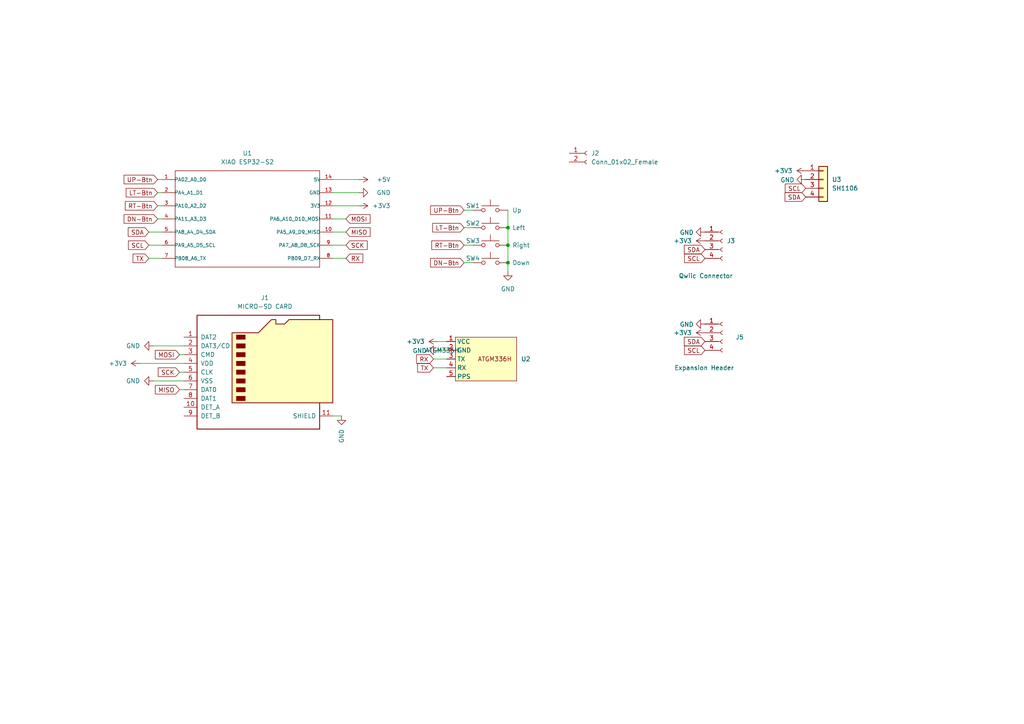
<source format=kicad_sch>
(kicad_sch (version 20230121) (generator eeschema)
  (paper "A4")
  (lib_symbols
    (symbol "Components:ATGM336H_GPS"
      (property "Reference" "U" (at 0 -8.89 0))
      (symbol "ATGM336H_GPS_1_1"
        (rectangle (start -8.89 6.35) (end 8.89 -6.35) (fill (type background)))
        (text "ATGM336H" (at 2.54 0 0) (effects (font (size 1.27 1.27))))
        (pin power_in line (at -11.43 5.08 0) (length 2.54) (name "VCC") (number "1"))
        (pin power_in line (at -11.43 2.54 0) (length 2.54) (name "GND") (number "2"))
        (pin output line (at -11.43 0 0) (length 2.54) (name "TX") (number "3"))
        (pin input line (at -11.43 -2.54 0) (length 2.54) (name "RX") (number "4"))
        (pin output line (at -11.43 -5.08 0) (length 2.54) (name "PPS") (number "5"))
      )
    )
    (symbol "Connector:Conn_01x02_Female" (pin_names (offset 1.016) hide)
      (property "Reference" "J" (at 0 2.54 0))
      (property "Value" "Conn_01x02_Female" (at 0 -5.08 0))
      (symbol "Conn_01x02_Female_1_1"
        (arc (start 0 -2.032) (mid -0.5058 -2.54) (end 0 -3.048) (stroke (width 0.1524)))
        (polyline (pts (xy -1.27 -2.54) (xy -0.508 -2.54)) (stroke (width 0.1524)))
        (polyline (pts (xy -1.27 0) (xy -0.508 0)) (stroke (width 0.1524)))
        (arc (start 0 0.508) (mid -0.5058 0) (end 0 -0.508) (stroke (width 0.1524)))
        (pin passive line (at -5.08 0 0) (length 3.81) (name "Pin_1") (number "1"))
        (pin passive line (at -5.08 -2.54 0) (length 3.81) (name "Pin_2") (number "2"))
      )
    )
    (symbol "Connector:Conn_01x04_Female" (pin_names (offset 1.016) hide)
      (property "Reference" "J" (at 0 5.08 0))
      (property "Value" "Conn_01x04_Female" (at 0 -7.62 0))
      (symbol "Conn_01x04_Female_1_1"
        (arc (start 0 -4.572) (mid -0.5058 -5.08) (end 0 -5.588) (stroke (width 0.1524)))
        (arc (start 0 -2.032) (mid -0.5058 -2.54) (end 0 -3.048) (stroke (width 0.1524)))
        (polyline (pts (xy -1.27 -5.08) (xy -0.508 -5.08)) (stroke (width 0.1524)))
        (polyline (pts (xy -1.27 -2.54) (xy -0.508 -2.54)) (stroke (width 0.1524)))
        (polyline (pts (xy -1.27 0) (xy -0.508 0)) (stroke (width 0.1524)))
        (polyline (pts (xy -1.27 2.54) (xy -0.508 2.54)) (stroke (width 0.1524)))
        (arc (start 0 0.508) (mid -0.5058 0) (end 0 -0.508) (stroke (width 0.1524)))
        (arc (start 0 3.048) (mid -0.5058 2.54) (end 0 2.032) (stroke (width 0.1524)))
        (pin passive line (at -5.08 2.54 0) (length 3.81) (name "Pin_1") (number "1"))
        (pin passive line (at -5.08 0 0) (length 3.81) (name "Pin_2") (number "2"))
        (pin passive line (at -5.08 -2.54 0) (length 3.81) (name "Pin_3") (number "3"))
        (pin passive line (at -5.08 -5.08 0) (length 3.81) (name "Pin_4") (number "4"))
      )
    )
    (symbol "Connector:Micro_SD_Card_Det" (pin_names (offset 1.016))
      (property "Reference" "J" (at -16.51 17.78 0))
      (property "Value" "Micro_SD_Card_Det" (at 16.51 17.78 0))
      (symbol "Micro_SD_Card_Det_0_1"
        (rectangle (start -7.62 -6.985) (end -5.08 -8.255) (fill (type outline)))
        (rectangle (start -7.62 -4.445) (end -5.08 -5.715) (fill (type outline)))
        (rectangle (start -7.62 -1.905) (end -5.08 -3.175) (fill (type outline)))
        (rectangle (start -7.62 0.635) (end -5.08 -0.635) (fill (type outline)))
        (rectangle (start -7.62 3.175) (end -5.08 1.905) (fill (type outline)))
        (rectangle (start -7.62 5.715) (end -5.08 4.445) (fill (type outline)))
        (rectangle (start -7.62 8.255) (end -5.08 6.985) (fill (type outline)))
        (rectangle (start -7.62 10.795) (end -5.08 9.525) (fill (type outline)))
        (polyline (pts (xy 16.51 15.24) (xy 16.51 16.51) (xy -19.05 16.51) (xy -19.05 -16.51) (xy 16.51 -16.51) (xy 16.51 -8.89)) (stroke (width 0.254)))
        (polyline (pts (xy -8.89 -8.89) (xy -8.89 11.43) (xy -1.27 11.43) (xy 2.54 15.24) (xy 3.81 15.24) (xy 3.81 13.97) (xy 6.35 13.97) (xy 7.62 15.24) (xy 20.32 15.24) (xy 20.32 -8.89) (xy -8.89 -8.89)) (stroke (width 0.254)) (fill (type background)))
      )
      (symbol "Micro_SD_Card_Det_1_1"
        (pin bidirectional line (at -22.86 10.16 0) (length 3.81) (name "DAT2") (number "1"))
        (pin passive line (at -22.86 -10.16 0) (length 3.81) (name "DET_A") (number "10"))
        (pin passive line (at 20.32 -12.7 180) (length 3.81) (name "SHIELD") (number "11"))
        (pin bidirectional line (at -22.86 7.62 0) (length 3.81) (name "DAT3/CD") (number "2"))
        (pin input line (at -22.86 5.08 0) (length 3.81) (name "CMD") (number "3"))
        (pin power_in line (at -22.86 2.54 0) (length 3.81) (name "VDD") (number "4"))
        (pin input line (at -22.86 0 0) (length 3.81) (name "CLK") (number "5"))
        (pin power_in line (at -22.86 -2.54 0) (length 3.81) (name "VSS") (number "6"))
        (pin bidirectional line (at -22.86 -5.08 0) (length 3.81) (name "DAT0") (number "7"))
        (pin bidirectional line (at -22.86 -7.62 0) (length 3.81) (name "DAT1") (number "8"))
        (pin passive line (at -22.86 -12.7 0) (length 3.81) (name "DET_B") (number "9"))
      )
    )
    (symbol "Connector_Generic:Conn_01x04" (pin_names (offset 1.016) hide)
      (property "Reference" "J" (at 0 5.08 0))
      (property "Value" "Conn_01x04" (at 0 -7.62 0))
      (symbol "Conn_01x04_1_1"
        (rectangle (start -1.27 -4.953) (end 0 -5.207) (stroke (width 0.1524)))
        (rectangle (start -1.27 -2.413) (end 0 -2.667) (stroke (width 0.1524)))
        (rectangle (start -1.27 0.127) (end 0 -0.127) (stroke (width 0.1524)))
        (rectangle (start -1.27 2.667) (end 0 2.413) (stroke (width 0.1524)))
        (rectangle (start -1.27 3.81) (end 1.27 -6.35) (stroke (width 0.254)) (fill (type background)))
        (pin passive line (at -5.08 2.54 0) (length 3.81) (name "Pin_1") (number "1"))
        (pin passive line (at -5.08 0 0) (length 3.81) (name "Pin_2") (number "2"))
        (pin passive line (at -5.08 -2.54 0) (length 3.81) (name "Pin_3") (number "3"))
        (pin passive line (at -5.08 -5.08 0) (length 3.81) (name "Pin_4") (number "4"))
      )
    )
    (symbol "MOUDLE-SEEEDUINO-XIAO-ESP32S3:MOUDLE-SEEEDUINO-XIAO-ESP32S3" (pin_names (offset 1.016))
      (property "Reference" "U" (at -21.59 15.24 0))
      (property "Value" "MOUDLE-SEEEDUINO-XIAO-ESP32S3" (at -21.59 13.97 0))
      (symbol "MOUDLE-SEEEDUINO-XIAO-ESP32S3_0_0"
        (polyline (pts (xy -21.59 -13.97) (xy -21.59 0)) (stroke (width 0.1524)))
        (polyline (pts (xy -21.59 -11.43) (xy -22.86 -11.43)) (stroke (width 0.1524)))
        (polyline (pts (xy -21.59 -7.62) (xy -22.86 -7.62)) (stroke (width 0.1524)))
        (polyline (pts (xy -21.59 -3.81) (xy -22.86 -3.81)) (stroke (width 0.1524)))
        (polyline (pts (xy -21.59 0) (xy -22.86 0)) (stroke (width 0.1524)))
        (polyline (pts (xy -21.59 0) (xy -21.59 3.81)) (stroke (width 0.1524)))
        (polyline (pts (xy -21.59 3.81) (xy -22.86 3.81)) (stroke (width 0.1524)))
        (polyline (pts (xy -21.59 3.81) (xy -21.59 7.62)) (stroke (width 0.1524)))
        (polyline (pts (xy -21.59 7.62) (xy -22.86 7.62)) (stroke (width 0.1524)))
        (polyline (pts (xy -21.59 7.62) (xy -21.59 11.43)) (stroke (width 0.1524)))
        (polyline (pts (xy -21.59 11.43) (xy -22.86 11.43)) (stroke (width 0.1524)))
        (polyline (pts (xy -21.59 11.43) (xy -21.59 13.97)) (stroke (width 0.1524)))
        (polyline (pts (xy -21.59 13.97) (xy 20.32 13.97)) (stroke (width 0.1524)))
        (polyline (pts (xy 20.32 -13.97) (xy -21.59 -13.97)) (stroke (width 0.1524)))
        (polyline (pts (xy 20.32 3.81) (xy 20.32 -13.97)) (stroke (width 0.1524)))
        (polyline (pts (xy 20.32 7.62) (xy 20.32 3.81)) (stroke (width 0.1524)))
        (polyline (pts (xy 20.32 11.43) (xy 20.32 7.62)) (stroke (width 0.1524)))
        (polyline (pts (xy 20.32 13.97) (xy 20.32 11.43)) (stroke (width 0.1524)))
        (polyline (pts (xy 21.59 -11.43) (xy 20.32 -11.43)) (stroke (width 0.1524)))
        (polyline (pts (xy 21.59 -7.62) (xy 20.32 -7.62)) (stroke (width 0.1524)))
        (polyline (pts (xy 21.59 -3.81) (xy 20.32 -3.81)) (stroke (width 0.1524)))
        (polyline (pts (xy 21.59 0) (xy 20.32 0)) (stroke (width 0.1524)))
        (polyline (pts (xy 21.59 3.81) (xy 20.32 3.81)) (stroke (width 0.1524)))
        (polyline (pts (xy 21.59 7.62) (xy 20.32 7.62)) (stroke (width 0.1524)))
        (polyline (pts (xy 21.59 11.43) (xy 20.32 11.43)) (stroke (width 0.1524)))
        (pin bidirectional line (at -25.4 11.43 0) (length 2.54) (name "PA02_A0_D0") (number "1"))
        (pin bidirectional line (at 24.13 -3.81 180) (length 2.54) (name "PA5_A9_D9_MISO") (number "10"))
        (pin bidirectional line (at 24.13 0 180) (length 2.54) (name "PA6_A10_D10_MOSI") (number "11"))
        (pin bidirectional line (at 24.13 3.81 180) (length 2.54) (name "3V3") (number "12"))
        (pin bidirectional line (at 24.13 7.62 180) (length 2.54) (name "GND") (number "13"))
        (pin bidirectional line (at 24.13 11.43 180) (length 2.54) (name "5V") (number "14"))
        (pin bidirectional line (at -25.4 7.62 0) (length 2.54) (name "PA4_A1_D1") (number "2"))
        (pin bidirectional line (at -25.4 3.81 0) (length 2.54) (name "PA10_A2_D2") (number "3"))
        (pin bidirectional line (at -25.4 0 0) (length 2.54) (name "PA11_A3_D3") (number "4"))
        (pin bidirectional line (at -25.4 -3.81 0) (length 2.54) (name "PA8_A4_D4_SDA") (number "5"))
        (pin bidirectional line (at -25.4 -7.62 0) (length 2.54) (name "PA9_A5_D5_SCL") (number "6"))
        (pin bidirectional line (at -25.4 -11.43 0) (length 2.54) (name "PB08_A6_TX") (number "7"))
        (pin bidirectional line (at 24.13 -11.43 180) (length 2.54) (name "PB09_D7_RX") (number "8"))
        (pin bidirectional line (at 24.13 -7.62 180) (length 2.54) (name "PA7_A8_D8_SCK") (number "9"))
      )
    )
    (symbol "Switch:SW_Push" (pin_numbers hide) (pin_names (offset 1.016) hide)
      (property "Reference" "SW" (at 1.27 2.54 0))
      (property "Value" "SW_Push" (at 0 -1.524 0))
      (symbol "SW_Push_0_1"
        (circle (center -2.032 0) (radius 0.508))
        (polyline (pts (xy 0 1.27) (xy 0 3.048)))
        (polyline (pts (xy 2.54 1.27) (xy -2.54 1.27)))
        (circle (center 2.032 0) (radius 0.508))
        (pin passive line (at -5.08 0 0) (length 2.54) (name "1") (number "1"))
        (pin passive line (at 5.08 0 180) (length 2.54) (name "2") (number "2"))
      )
    )
    (symbol "power:+3V3" (power) (pin_names (offset 0))
      (property "Value" "+3V3" (at 0 3.556 0))
      (symbol "+3V3_0_1"
        (polyline (pts (xy -0.762 1.27) (xy 0 2.54)))
        (polyline (pts (xy 0 0) (xy 0 2.54)))
        (polyline (pts (xy 0 2.54) (xy 0.762 1.27)))
      )
      (symbol "+3V3_1_1"
        (pin power_in line (at 0 0 90) (length 0) hide (name "+3V3") (number "1"))
      )
    )
    (symbol "power:+5V" (power) (pin_names (offset 0))
      (property "Value" "+5V" (at 0 3.556 0))
      (symbol "+5V_0_1"
        (polyline (pts (xy -0.762 1.27) (xy 0 2.54)))
        (polyline (pts (xy 0 0) (xy 0 2.54)))
        (polyline (pts (xy 0 2.54) (xy 0.762 1.27)))
      )
      (symbol "+5V_1_1"
        (pin power_in line (at 0 0 90) (length 0) hide (name "+5V") (number "1"))
      )
    )
    (symbol "power:GND" (power) (pin_names (offset 0))
      (property "Value" "GND" (at 0 -3.81 0))
      (symbol "GND_0_1"
        (polyline (pts (xy 0 0) (xy 0 -1.27) (xy 1.27 -1.27) (xy 0 -2.54) (xy -1.27 -1.27) (xy 0 -1.27)))
      )
      (symbol "GND_1_1"
        (pin power_in line (at 0 0 270) (length 0) hide (name "GND") (number "1"))
      )
    )
  )
  (junction (at 147.32 71.12))
  (junction (at 147.32 66.04))
  (junction (at 147.32 76.2))
  (wire (pts (xy 96.52 63.5) (xy 100.33 63.5)))
  (wire (pts (xy 40.64 105.41) (xy 53.34 105.41)))
  (wire (pts (xy 127 101.6) (xy 129.54 101.6)))
  (wire (pts (xy 52.07 102.87) (xy 53.34 102.87)))
  (wire (pts (xy 45.72 63.5) (xy 46.99 63.5)))
  (wire (pts (xy 44.45 100.33) (xy 53.34 100.33)))
  (wire (pts (xy 44.45 110.49) (xy 53.34 110.49)))
  (wire (pts (xy 43.18 74.93) (xy 46.99 74.93)))
  (wire (pts (xy 134.62 71.12) (xy 137.16 71.12)))
  (wire (pts (xy 96.52 74.93) (xy 100.33 74.93)))
  (wire (pts (xy 52.07 113.03) (xy 53.34 113.03)))
  (wire (pts (xy 96.52 55.88) (xy 104.14 55.88)))
  (wire (pts (xy 134.62 66.04) (xy 137.16 66.04)))
  (wire (pts (xy 43.18 67.31) (xy 46.99 67.31)))
  (wire (pts (xy 125.73 104.14) (xy 129.54 104.14)))
  (wire (pts (xy 127 99.06) (xy 129.54 99.06)))
  (wire (pts (xy 43.18 71.12) (xy 46.99 71.12)))
  (wire (pts (xy 134.62 60.96) (xy 137.16 60.96)))
  (wire (pts (xy 147.32 71.12) (xy 147.32 76.2)))
  (wire (pts (xy 52.07 107.95) (xy 53.34 107.95)))
  (wire (pts (xy 147.32 60.96) (xy 147.32 66.04)))
  (wire (pts (xy 134.62 76.2) (xy 137.16 76.2)))
  (wire (pts (xy 96.52 67.31) (xy 100.33 67.31)))
  (wire (pts (xy 96.52 52.07) (xy 104.14 52.07)))
  (wire (pts (xy 45.72 59.69) (xy 46.99 59.69)))
  (wire (pts (xy 147.32 66.04) (xy 147.32 71.12)))
  (wire (pts (xy 96.52 120.65) (xy 99.06 120.65)))
  (wire (pts (xy 125.73 106.68) (xy 129.54 106.68)))
  (wire (pts (xy 45.72 55.88) (xy 46.99 55.88)))
  (wire (pts (xy 45.72 52.07) (xy 46.99 52.07)))
  (wire (pts (xy 96.52 71.12) (xy 100.33 71.12)))
  (wire (pts (xy 96.52 59.69) (xy 104.14 59.69)))
  (wire (pts (xy 147.32 78.74) (xy 147.32 76.2)))
  (global_label "SDA" (shape input) (at 204.47 99.06 180) (property "Intersheetrefs" "${INTERSHEET_REFS}" (effects hide)))
  (global_label "RT-Btn" (shape input) (at 134.62 71.12 180) (property "Intersheetrefs" "${INTERSHEET_REFS}" (effects hide)))
  (global_label "RX" (shape input) (at 125.73 104.14 180) (property "Intersheetrefs" "${INTERSHEET_REFS}" (effects hide)))
  (global_label "MISO" (shape input) (at 52.07 113.03 180) (property "Intersheetrefs" "${INTERSHEET_REFS}" (effects hide)))
  (global_label "MOSI" (shape input) (at 52.07 102.87 180) (property "Intersheetrefs" "${INTERSHEET_REFS}" (effects hide)))
  (global_label "DN-Btn" (shape input) (at 134.62 76.2 180) (property "Intersheetrefs" "${INTERSHEET_REFS}" (effects hide)))
  (global_label "MOSI" (shape input) (at 100.33 63.5 0) (property "Intersheetrefs" "${INTERSHEET_REFS}" (effects hide)))
  (global_label "SCL" (shape input) (at 233.68 54.61 180) (property "Intersheetrefs" "${INTERSHEET_REFS}" (effects hide)))
  (global_label "RX" (shape input) (at 100.33 74.93 0) (property "Intersheetrefs" "${INTERSHEET_REFS}" (effects hide)))
  (global_label "SCK" (shape input) (at 100.33 71.12 0) (property "Intersheetrefs" "${INTERSHEET_REFS}" (effects hide)))
  (global_label "MISO" (shape input) (at 100.33 67.31 0) (property "Intersheetrefs" "${INTERSHEET_REFS}" (effects hide)))
  (global_label "LT-Btn" (shape input) (at 45.72 55.88 180) (property "Intersheetrefs" "${INTERSHEET_REFS}" (effects hide)))
  (global_label "SDA" (shape input) (at 43.18 67.31 180) (property "Intersheetrefs" "${INTERSHEET_REFS}" (effects hide)))
  (global_label "SDA" (shape input) (at 233.68 57.15 180) (property "Intersheetrefs" "${INTERSHEET_REFS}" (effects hide)))
  (global_label "SDA" (shape input) (at 204.47 72.39 180) (property "Intersheetrefs" "${INTERSHEET_REFS}" (effects hide)))
  (global_label "LT-Btn" (shape input) (at 134.62 66.04 180) (property "Intersheetrefs" "${INTERSHEET_REFS}" (effects hide)))
  (global_label "TX" (shape input) (at 43.18 74.93 180) (property "Intersheetrefs" "${INTERSHEET_REFS}" (effects hide)))
  (global_label "TX" (shape input) (at 125.73 106.68 180) (property "Intersheetrefs" "${INTERSHEET_REFS}" (effects hide)))
  (global_label "RT-Btn" (shape input) (at 45.72 59.69 180) (property "Intersheetrefs" "${INTERSHEET_REFS}" (effects hide)))
  (global_label "SCL" (shape input) (at 204.47 101.6 180) (property "Intersheetrefs" "${INTERSHEET_REFS}" (effects hide)))
  (global_label "SCL" (shape input) (at 204.47 74.93 180) (property "Intersheetrefs" "${INTERSHEET_REFS}" (effects hide)))
  (global_label "SCL" (shape input) (at 43.18 71.12 180) (property "Intersheetrefs" "${INTERSHEET_REFS}" (effects hide)))
  (global_label "SCK" (shape input) (at 52.07 107.95 180) (property "Intersheetrefs" "${INTERSHEET_REFS}" (effects hide)))
  (global_label "DN-Btn" (shape input) (at 45.72 63.5 180) (property "Intersheetrefs" "${INTERSHEET_REFS}" (effects hide)))
  (global_label "UP-Btn" (shape input) (at 134.62 60.96 180) (property "Intersheetrefs" "${INTERSHEET_REFS}" (effects hide)))
  (global_label "UP-Btn" (shape input) (at 45.72 52.07 180) (property "Intersheetrefs" "${INTERSHEET_REFS}" (effects hide)))
  (symbol (lib_id "Switch:SW_Push") (at 142.24 60.96 0) (unit 1)
    (property "Reference" "SW1" (at 137.16 59.69 0))
    (property "Value" "Up" (at 148.59 60.96 0) (effects (justify left)))
    (property "Footprint" "Wardriver-Footprints:Smol" (effects hide))
  )
  (symbol (lib_id "power:+3V3") (at 204.47 69.85 90) (unit 1)
    (property "Reference" "#PWR06" (effects hide))
    (property "Value" "+3V3" (at 200.66 69.85 90) (effects (justify left)))
  )
  (symbol (lib_id "power:+3V3") (at 104.14 59.69 270) (unit 1)
    (property "Reference" "#PWR013" (effects hide))
    (property "Value" "+3V3" (at 107.95 59.69 90) (effects (justify left)))
  )
  (symbol (lib_id "Connector:Conn_01x04_Female") (at 209.55 69.85 0) (unit 1)
    (property "Reference" "J3" (at 210.82 69.85 0) (effects (justify left)))
    (property "Value" "Qwiic Connector" (at 196.85 80.01 0) (effects (justify left)))
    (property "Footprint" "Connector_JST:JST_SH_SM04B-SRSS-TB_1x04-1MP_P1.00mm_Horizontal" (effects hide))
  )
  (symbol (lib_id "power:+5V") (at 104.14 52.07 270) (unit 1)
    (property "Reference" "#PWR014" (effects hide))
    (property "Value" "+5V" (at 109.22 52.07 90) (effects (justify left)))
  )
  (symbol (lib_id "power:+3V3") (at 204.47 96.52 90) (unit 1)
    (property "Reference" "#PWR08" (effects hide))
    (property "Value" "+3V3" (at 200.66 96.52 90) (effects (justify left)))
  )
  (symbol (lib_id "power:GND") (at 104.14 55.88 90) (unit 1)
    (property "Reference" "#PWR012" (effects hide))
    (property "Value" "GND" (at 109.22 55.88 90) (effects (justify right)))
  )
  (symbol (lib_id "power:GND") (at 233.68 52.07 270) (unit 1)
    (property "Reference" "#PWR09" (effects hide))
    (property "Value" "GND" (at 230.4288 52.197 90) (effects (justify right)))
  )
  (symbol (lib_id "power:GND") (at 127 101.6 270) (unit 1)
    (property "Reference" "#PWR015" (effects hide))
    (property "Value" "GND" (at 123.7488 101.727 90) (effects (justify right)))
  )
  (symbol (lib_id "power:GND") (at 44.45 100.33 270) (unit 1)
    (property "Reference" "#PWR04" (effects hide))
    (property "Value" "GND" (at 40.64 100.33 90) (effects (justify right)))
  )
  (symbol (lib_id "Connector_Generic:Conn_01x04") (at 238.76 52.07 0) (unit 1)
    (property "Reference" "U3" (at 241.3 52.07 0) (effects (justify left)))
    (property "Value" "SH1106" (at 241.3 54.61 0) (effects (justify left)))
    (property "Footprint" "Connector_PinHeader_2.54mm:PinHeader_1x04_P2.54mm_Vertical" (effects hide))
  )
  (symbol (lib_id "MOUDLE-SEEEDUINO-XIAO-ESP32S3:MOUDLE-SEEEDUINO-XIAO-ESP32S3") (at 72.39 63.5 0) (unit 1)
    (property "Reference" "U1" (at 71.755 44.45 0))
    (property "Value" "XIAO ESP32-S2" (at 71.755 46.99 0))
    (property "Footprint" "Wardriver-Footprints:MOUDLE14P-SMD-2.54-21X17.8MM" (effects hide))
  )
  (symbol (lib_id "Switch:SW_Push") (at 142.24 76.2 0) (unit 1)
    (property "Reference" "SW4" (at 137.16 74.93 0))
    (property "Value" "Down" (at 148.59 76.2 0) (effects (justify left)))
    (property "Footprint" "Wardriver-Footprints:Smol" (effects hide))
  )
  (symbol (lib_id "power:GND") (at 147.32 78.74 0) (unit 1)
    (property "Reference" "#PWR01" (effects hide))
    (property "Value" "GND" (at 147.32 83.82 0))
  )
  (symbol (lib_id "power:GND") (at 44.45 110.49 270) (unit 1)
    (property "Reference" "#PWR03" (effects hide))
    (property "Value" "GND" (at 40.64 110.49 90) (effects (justify right)))
  )
  (symbol (lib_id "power:+3V3") (at 127 99.06 90) (unit 1)
    (property "Reference" "#PWR016" (effects hide))
    (property "Value" "+3V3" (at 123.19 99.06 90) (effects (justify left)))
  )
  (symbol (lib_id "Components:ATGM336H_GPS") (at 140.97 104.14 0) (unit 1)
    (property "Reference" "U2" (at 151.13 104.14 0) (effects (justify left)))
    (property "Value" "ATGM336H" (at 128.27 101.6 0))
    (property "Footprint" "Wardriver-Footprints:ATGM336H-GPS" (effects hide))
  )
  (symbol (lib_id "power:GND") (at 204.47 67.31 270) (unit 1)
    (property "Reference" "#PWR05" (effects hide))
    (property "Value" "GND" (at 201.2188 67.437 90) (effects (justify right)))
  )
  (symbol (lib_id "power:+3V3") (at 233.68 49.53 90) (unit 1)
    (property "Reference" "#PWR010" (effects hide))
    (property "Value" "+3V3" (at 229.87 49.53 90) (effects (justify left)))
  )
  (symbol (lib_id "power:GND") (at 99.06 120.65 0) (unit 1)
    (property "Reference" "#PWR011" (effects hide))
    (property "Value" "GND" (at 99.06 124.46 90) (effects (justify right)))
  )
  (symbol (lib_id "power:+3V3") (at 40.64 105.41 90) (unit 1)
    (property "Reference" "#PWR02" (effects hide))
    (property "Value" "+3V3" (at 36.83 105.41 90) (effects (justify left)))
  )
  (symbol (lib_id "Switch:SW_Push") (at 142.24 71.12 0) (unit 1)
    (property "Reference" "SW3" (at 137.16 69.85 0))
    (property "Value" "Right" (at 148.59 71.12 0) (effects (justify left)))
    (property "Footprint" "Wardriver-Footprints:Smol" (effects hide))
  )
  (symbol (lib_id "Connector:Conn_01x02_Female") (at 170.18 44.45 0) (unit 1)
    (property "Reference" "J2" (at 171.45 44.45 0) (effects (justify left)))
    (property "Value" "Conn_01x02_Female" (at 171.45 46.99 0) (effects (justify left)))
    (property "Footprint" "Connector_JST:JST_PH_S2B-PH-SM4-TB_1x02-1MP_P2.00mm_Horizontal" (effects hide))
  )
  (symbol (lib_id "Connector:Conn_01x04_Female") (at 209.55 96.52 0) (unit 1)
    (property "Reference" "J5" (at 213.36 97.79 0) (effects (justify left)))
    (property "Value" "Expansion Header" (at 195.58 106.68 0) (effects (justify left)))
    (property "Footprint" "Connector_PinHeader_2.54mm:PinHeader_1x04_P2.54mm_Vertical_SMD_Pin1Right" (effects hide))
  )
  (symbol (lib_id "power:GND") (at 204.47 93.98 270) (unit 1)
    (property "Reference" "#PWR07" (effects hide))
    (property "Value" "GND" (at 201.2188 94.107 90) (effects (justify right)))
  )
  (symbol (lib_id "Connector:Micro_SD_Card_Det") (at 76.2 107.95 0) (unit 1)
    (property "Reference" "J1" (at 76.835 86.36 0))
    (property "Value" "MICRO-SD CARD" (at 76.835 88.9 0))
    (property "Footprint" "Wardriver-Footprints:MicroSD" (effects hide))
    (property "Datasheet" "https://www.hirose.com/product/en/download_file/key_name/DM3/category/Catalog/doc_file_id/49662/?file_category_id=4&item_id=195&is_series=1" (effects hide))
  )
  (symbol (lib_id "Switch:SW_Push") (at 142.24 66.04 0) (unit 1)
    (property "Reference" "SW2" (at 137.16 64.77 0))
    (property "Value" "Left" (at 148.59 66.04 0) (effects (justify left)))
    (property "Footprint" "Wardriver-Footprints:Smol" (effects hide))
  )
)
</source>
